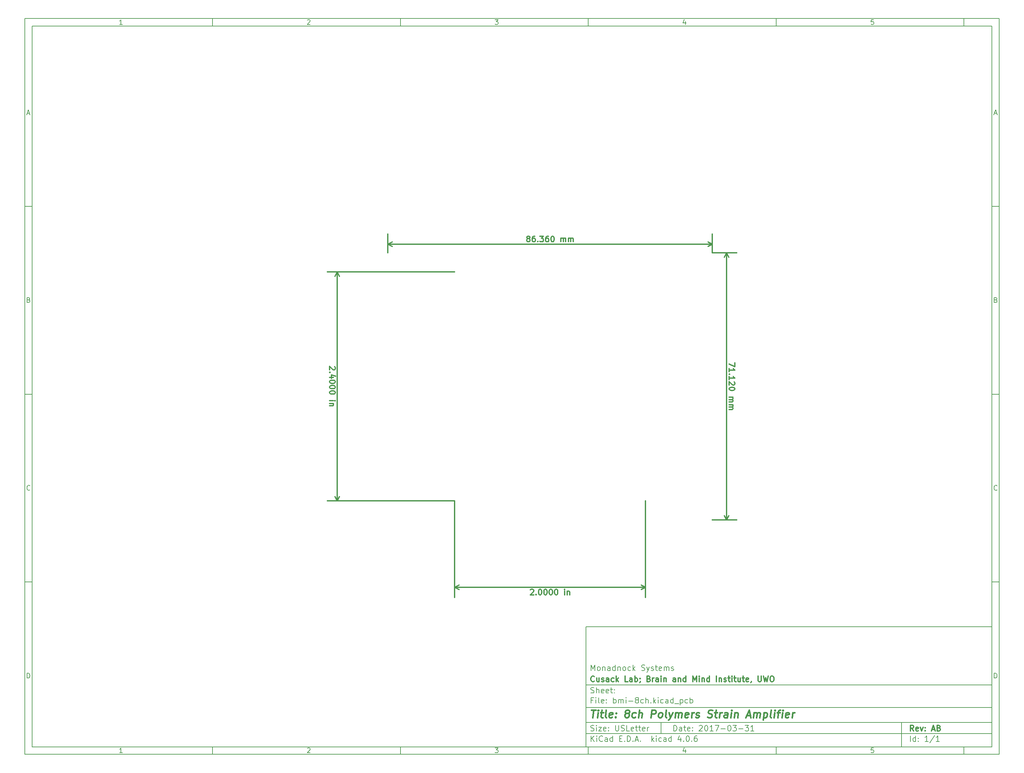
<source format=gbr>
G04 #@! TF.FileFunction,Drawing*
%FSLAX46Y46*%
G04 Gerber Fmt 4.6, Leading zero omitted, Abs format (unit mm)*
G04 Created by KiCad (PCBNEW 4.0.6) date Fri Mar 31 12:57:40 2017*
%MOMM*%
%LPD*%
G01*
G04 APERTURE LIST*
%ADD10C,0.088900*%
%ADD11C,0.150000*%
%ADD12C,0.300000*%
%ADD13C,0.400000*%
G04 APERTURE END LIST*
D10*
D11*
X159400000Y-171900000D02*
X159400000Y-203900000D01*
X267400000Y-203900000D01*
X267400000Y-171900000D01*
X159400000Y-171900000D01*
D10*
D11*
X10000000Y-10000000D02*
X10000000Y-205900000D01*
X269400000Y-205900000D01*
X269400000Y-10000000D01*
X10000000Y-10000000D01*
D10*
D11*
X12000000Y-12000000D02*
X12000000Y-203900000D01*
X267400000Y-203900000D01*
X267400000Y-12000000D01*
X12000000Y-12000000D01*
D10*
D11*
X60000000Y-12000000D02*
X60000000Y-10000000D01*
D10*
D11*
X110000000Y-12000000D02*
X110000000Y-10000000D01*
D10*
D11*
X160000000Y-12000000D02*
X160000000Y-10000000D01*
D10*
D11*
X210000000Y-12000000D02*
X210000000Y-10000000D01*
D10*
D11*
X260000000Y-12000000D02*
X260000000Y-10000000D01*
D10*
D11*
X35990476Y-11588095D02*
X35247619Y-11588095D01*
X35619048Y-11588095D02*
X35619048Y-10288095D01*
X35495238Y-10473810D01*
X35371429Y-10597619D01*
X35247619Y-10659524D01*
D10*
D11*
X85247619Y-10411905D02*
X85309524Y-10350000D01*
X85433333Y-10288095D01*
X85742857Y-10288095D01*
X85866667Y-10350000D01*
X85928571Y-10411905D01*
X85990476Y-10535714D01*
X85990476Y-10659524D01*
X85928571Y-10845238D01*
X85185714Y-11588095D01*
X85990476Y-11588095D01*
D10*
D11*
X135185714Y-10288095D02*
X135990476Y-10288095D01*
X135557143Y-10783333D01*
X135742857Y-10783333D01*
X135866667Y-10845238D01*
X135928571Y-10907143D01*
X135990476Y-11030952D01*
X135990476Y-11340476D01*
X135928571Y-11464286D01*
X135866667Y-11526190D01*
X135742857Y-11588095D01*
X135371429Y-11588095D01*
X135247619Y-11526190D01*
X135185714Y-11464286D01*
D10*
D11*
X185866667Y-10721429D02*
X185866667Y-11588095D01*
X185557143Y-10226190D02*
X185247619Y-11154762D01*
X186052381Y-11154762D01*
D10*
D11*
X235928571Y-10288095D02*
X235309524Y-10288095D01*
X235247619Y-10907143D01*
X235309524Y-10845238D01*
X235433333Y-10783333D01*
X235742857Y-10783333D01*
X235866667Y-10845238D01*
X235928571Y-10907143D01*
X235990476Y-11030952D01*
X235990476Y-11340476D01*
X235928571Y-11464286D01*
X235866667Y-11526190D01*
X235742857Y-11588095D01*
X235433333Y-11588095D01*
X235309524Y-11526190D01*
X235247619Y-11464286D01*
D10*
D11*
X60000000Y-203900000D02*
X60000000Y-205900000D01*
D10*
D11*
X110000000Y-203900000D02*
X110000000Y-205900000D01*
D10*
D11*
X160000000Y-203900000D02*
X160000000Y-205900000D01*
D10*
D11*
X210000000Y-203900000D02*
X210000000Y-205900000D01*
D10*
D11*
X260000000Y-203900000D02*
X260000000Y-205900000D01*
D10*
D11*
X35990476Y-205488095D02*
X35247619Y-205488095D01*
X35619048Y-205488095D02*
X35619048Y-204188095D01*
X35495238Y-204373810D01*
X35371429Y-204497619D01*
X35247619Y-204559524D01*
D10*
D11*
X85247619Y-204311905D02*
X85309524Y-204250000D01*
X85433333Y-204188095D01*
X85742857Y-204188095D01*
X85866667Y-204250000D01*
X85928571Y-204311905D01*
X85990476Y-204435714D01*
X85990476Y-204559524D01*
X85928571Y-204745238D01*
X85185714Y-205488095D01*
X85990476Y-205488095D01*
D10*
D11*
X135185714Y-204188095D02*
X135990476Y-204188095D01*
X135557143Y-204683333D01*
X135742857Y-204683333D01*
X135866667Y-204745238D01*
X135928571Y-204807143D01*
X135990476Y-204930952D01*
X135990476Y-205240476D01*
X135928571Y-205364286D01*
X135866667Y-205426190D01*
X135742857Y-205488095D01*
X135371429Y-205488095D01*
X135247619Y-205426190D01*
X135185714Y-205364286D01*
D10*
D11*
X185866667Y-204621429D02*
X185866667Y-205488095D01*
X185557143Y-204126190D02*
X185247619Y-205054762D01*
X186052381Y-205054762D01*
D10*
D11*
X235928571Y-204188095D02*
X235309524Y-204188095D01*
X235247619Y-204807143D01*
X235309524Y-204745238D01*
X235433333Y-204683333D01*
X235742857Y-204683333D01*
X235866667Y-204745238D01*
X235928571Y-204807143D01*
X235990476Y-204930952D01*
X235990476Y-205240476D01*
X235928571Y-205364286D01*
X235866667Y-205426190D01*
X235742857Y-205488095D01*
X235433333Y-205488095D01*
X235309524Y-205426190D01*
X235247619Y-205364286D01*
D10*
D11*
X10000000Y-60000000D02*
X12000000Y-60000000D01*
D10*
D11*
X10000000Y-110000000D02*
X12000000Y-110000000D01*
D10*
D11*
X10000000Y-160000000D02*
X12000000Y-160000000D01*
D10*
D11*
X10690476Y-35216667D02*
X11309524Y-35216667D01*
X10566667Y-35588095D02*
X11000000Y-34288095D01*
X11433333Y-35588095D01*
D10*
D11*
X11092857Y-84907143D02*
X11278571Y-84969048D01*
X11340476Y-85030952D01*
X11402381Y-85154762D01*
X11402381Y-85340476D01*
X11340476Y-85464286D01*
X11278571Y-85526190D01*
X11154762Y-85588095D01*
X10659524Y-85588095D01*
X10659524Y-84288095D01*
X11092857Y-84288095D01*
X11216667Y-84350000D01*
X11278571Y-84411905D01*
X11340476Y-84535714D01*
X11340476Y-84659524D01*
X11278571Y-84783333D01*
X11216667Y-84845238D01*
X11092857Y-84907143D01*
X10659524Y-84907143D01*
D10*
D11*
X11402381Y-135464286D02*
X11340476Y-135526190D01*
X11154762Y-135588095D01*
X11030952Y-135588095D01*
X10845238Y-135526190D01*
X10721429Y-135402381D01*
X10659524Y-135278571D01*
X10597619Y-135030952D01*
X10597619Y-134845238D01*
X10659524Y-134597619D01*
X10721429Y-134473810D01*
X10845238Y-134350000D01*
X11030952Y-134288095D01*
X11154762Y-134288095D01*
X11340476Y-134350000D01*
X11402381Y-134411905D01*
D10*
D11*
X10659524Y-185588095D02*
X10659524Y-184288095D01*
X10969048Y-184288095D01*
X11154762Y-184350000D01*
X11278571Y-184473810D01*
X11340476Y-184597619D01*
X11402381Y-184845238D01*
X11402381Y-185030952D01*
X11340476Y-185278571D01*
X11278571Y-185402381D01*
X11154762Y-185526190D01*
X10969048Y-185588095D01*
X10659524Y-185588095D01*
D10*
D11*
X269400000Y-60000000D02*
X267400000Y-60000000D01*
D10*
D11*
X269400000Y-110000000D02*
X267400000Y-110000000D01*
D10*
D11*
X269400000Y-160000000D02*
X267400000Y-160000000D01*
D10*
D11*
X268090476Y-35216667D02*
X268709524Y-35216667D01*
X267966667Y-35588095D02*
X268400000Y-34288095D01*
X268833333Y-35588095D01*
D10*
D11*
X268492857Y-84907143D02*
X268678571Y-84969048D01*
X268740476Y-85030952D01*
X268802381Y-85154762D01*
X268802381Y-85340476D01*
X268740476Y-85464286D01*
X268678571Y-85526190D01*
X268554762Y-85588095D01*
X268059524Y-85588095D01*
X268059524Y-84288095D01*
X268492857Y-84288095D01*
X268616667Y-84350000D01*
X268678571Y-84411905D01*
X268740476Y-84535714D01*
X268740476Y-84659524D01*
X268678571Y-84783333D01*
X268616667Y-84845238D01*
X268492857Y-84907143D01*
X268059524Y-84907143D01*
D10*
D11*
X268802381Y-135464286D02*
X268740476Y-135526190D01*
X268554762Y-135588095D01*
X268430952Y-135588095D01*
X268245238Y-135526190D01*
X268121429Y-135402381D01*
X268059524Y-135278571D01*
X267997619Y-135030952D01*
X267997619Y-134845238D01*
X268059524Y-134597619D01*
X268121429Y-134473810D01*
X268245238Y-134350000D01*
X268430952Y-134288095D01*
X268554762Y-134288095D01*
X268740476Y-134350000D01*
X268802381Y-134411905D01*
D10*
D11*
X268059524Y-185588095D02*
X268059524Y-184288095D01*
X268369048Y-184288095D01*
X268554762Y-184350000D01*
X268678571Y-184473810D01*
X268740476Y-184597619D01*
X268802381Y-184845238D01*
X268802381Y-185030952D01*
X268740476Y-185278571D01*
X268678571Y-185402381D01*
X268554762Y-185526190D01*
X268369048Y-185588095D01*
X268059524Y-185588095D01*
D10*
D11*
X182757143Y-199678571D02*
X182757143Y-198178571D01*
X183114286Y-198178571D01*
X183328571Y-198250000D01*
X183471429Y-198392857D01*
X183542857Y-198535714D01*
X183614286Y-198821429D01*
X183614286Y-199035714D01*
X183542857Y-199321429D01*
X183471429Y-199464286D01*
X183328571Y-199607143D01*
X183114286Y-199678571D01*
X182757143Y-199678571D01*
X184900000Y-199678571D02*
X184900000Y-198892857D01*
X184828571Y-198750000D01*
X184685714Y-198678571D01*
X184400000Y-198678571D01*
X184257143Y-198750000D01*
X184900000Y-199607143D02*
X184757143Y-199678571D01*
X184400000Y-199678571D01*
X184257143Y-199607143D01*
X184185714Y-199464286D01*
X184185714Y-199321429D01*
X184257143Y-199178571D01*
X184400000Y-199107143D01*
X184757143Y-199107143D01*
X184900000Y-199035714D01*
X185400000Y-198678571D02*
X185971429Y-198678571D01*
X185614286Y-198178571D02*
X185614286Y-199464286D01*
X185685714Y-199607143D01*
X185828572Y-199678571D01*
X185971429Y-199678571D01*
X187042857Y-199607143D02*
X186900000Y-199678571D01*
X186614286Y-199678571D01*
X186471429Y-199607143D01*
X186400000Y-199464286D01*
X186400000Y-198892857D01*
X186471429Y-198750000D01*
X186614286Y-198678571D01*
X186900000Y-198678571D01*
X187042857Y-198750000D01*
X187114286Y-198892857D01*
X187114286Y-199035714D01*
X186400000Y-199178571D01*
X187757143Y-199535714D02*
X187828571Y-199607143D01*
X187757143Y-199678571D01*
X187685714Y-199607143D01*
X187757143Y-199535714D01*
X187757143Y-199678571D01*
X187757143Y-198750000D02*
X187828571Y-198821429D01*
X187757143Y-198892857D01*
X187685714Y-198821429D01*
X187757143Y-198750000D01*
X187757143Y-198892857D01*
X189542857Y-198321429D02*
X189614286Y-198250000D01*
X189757143Y-198178571D01*
X190114286Y-198178571D01*
X190257143Y-198250000D01*
X190328572Y-198321429D01*
X190400000Y-198464286D01*
X190400000Y-198607143D01*
X190328572Y-198821429D01*
X189471429Y-199678571D01*
X190400000Y-199678571D01*
X191328571Y-198178571D02*
X191471428Y-198178571D01*
X191614285Y-198250000D01*
X191685714Y-198321429D01*
X191757143Y-198464286D01*
X191828571Y-198750000D01*
X191828571Y-199107143D01*
X191757143Y-199392857D01*
X191685714Y-199535714D01*
X191614285Y-199607143D01*
X191471428Y-199678571D01*
X191328571Y-199678571D01*
X191185714Y-199607143D01*
X191114285Y-199535714D01*
X191042857Y-199392857D01*
X190971428Y-199107143D01*
X190971428Y-198750000D01*
X191042857Y-198464286D01*
X191114285Y-198321429D01*
X191185714Y-198250000D01*
X191328571Y-198178571D01*
X193257142Y-199678571D02*
X192399999Y-199678571D01*
X192828571Y-199678571D02*
X192828571Y-198178571D01*
X192685714Y-198392857D01*
X192542856Y-198535714D01*
X192399999Y-198607143D01*
X193757142Y-198178571D02*
X194757142Y-198178571D01*
X194114285Y-199678571D01*
X195328570Y-199107143D02*
X196471427Y-199107143D01*
X197471427Y-198178571D02*
X197614284Y-198178571D01*
X197757141Y-198250000D01*
X197828570Y-198321429D01*
X197899999Y-198464286D01*
X197971427Y-198750000D01*
X197971427Y-199107143D01*
X197899999Y-199392857D01*
X197828570Y-199535714D01*
X197757141Y-199607143D01*
X197614284Y-199678571D01*
X197471427Y-199678571D01*
X197328570Y-199607143D01*
X197257141Y-199535714D01*
X197185713Y-199392857D01*
X197114284Y-199107143D01*
X197114284Y-198750000D01*
X197185713Y-198464286D01*
X197257141Y-198321429D01*
X197328570Y-198250000D01*
X197471427Y-198178571D01*
X198471427Y-198178571D02*
X199399998Y-198178571D01*
X198899998Y-198750000D01*
X199114284Y-198750000D01*
X199257141Y-198821429D01*
X199328570Y-198892857D01*
X199399998Y-199035714D01*
X199399998Y-199392857D01*
X199328570Y-199535714D01*
X199257141Y-199607143D01*
X199114284Y-199678571D01*
X198685712Y-199678571D01*
X198542855Y-199607143D01*
X198471427Y-199535714D01*
X200042855Y-199107143D02*
X201185712Y-199107143D01*
X201757141Y-198178571D02*
X202685712Y-198178571D01*
X202185712Y-198750000D01*
X202399998Y-198750000D01*
X202542855Y-198821429D01*
X202614284Y-198892857D01*
X202685712Y-199035714D01*
X202685712Y-199392857D01*
X202614284Y-199535714D01*
X202542855Y-199607143D01*
X202399998Y-199678571D01*
X201971426Y-199678571D01*
X201828569Y-199607143D01*
X201757141Y-199535714D01*
X204114283Y-199678571D02*
X203257140Y-199678571D01*
X203685712Y-199678571D02*
X203685712Y-198178571D01*
X203542855Y-198392857D01*
X203399997Y-198535714D01*
X203257140Y-198607143D01*
D10*
D11*
X159400000Y-200400000D02*
X267400000Y-200400000D01*
D10*
D11*
X160757143Y-202478571D02*
X160757143Y-200978571D01*
X161614286Y-202478571D02*
X160971429Y-201621429D01*
X161614286Y-200978571D02*
X160757143Y-201835714D01*
X162257143Y-202478571D02*
X162257143Y-201478571D01*
X162257143Y-200978571D02*
X162185714Y-201050000D01*
X162257143Y-201121429D01*
X162328571Y-201050000D01*
X162257143Y-200978571D01*
X162257143Y-201121429D01*
X163828572Y-202335714D02*
X163757143Y-202407143D01*
X163542857Y-202478571D01*
X163400000Y-202478571D01*
X163185715Y-202407143D01*
X163042857Y-202264286D01*
X162971429Y-202121429D01*
X162900000Y-201835714D01*
X162900000Y-201621429D01*
X162971429Y-201335714D01*
X163042857Y-201192857D01*
X163185715Y-201050000D01*
X163400000Y-200978571D01*
X163542857Y-200978571D01*
X163757143Y-201050000D01*
X163828572Y-201121429D01*
X165114286Y-202478571D02*
X165114286Y-201692857D01*
X165042857Y-201550000D01*
X164900000Y-201478571D01*
X164614286Y-201478571D01*
X164471429Y-201550000D01*
X165114286Y-202407143D02*
X164971429Y-202478571D01*
X164614286Y-202478571D01*
X164471429Y-202407143D01*
X164400000Y-202264286D01*
X164400000Y-202121429D01*
X164471429Y-201978571D01*
X164614286Y-201907143D01*
X164971429Y-201907143D01*
X165114286Y-201835714D01*
X166471429Y-202478571D02*
X166471429Y-200978571D01*
X166471429Y-202407143D02*
X166328572Y-202478571D01*
X166042858Y-202478571D01*
X165900000Y-202407143D01*
X165828572Y-202335714D01*
X165757143Y-202192857D01*
X165757143Y-201764286D01*
X165828572Y-201621429D01*
X165900000Y-201550000D01*
X166042858Y-201478571D01*
X166328572Y-201478571D01*
X166471429Y-201550000D01*
X168328572Y-201692857D02*
X168828572Y-201692857D01*
X169042858Y-202478571D02*
X168328572Y-202478571D01*
X168328572Y-200978571D01*
X169042858Y-200978571D01*
X169685715Y-202335714D02*
X169757143Y-202407143D01*
X169685715Y-202478571D01*
X169614286Y-202407143D01*
X169685715Y-202335714D01*
X169685715Y-202478571D01*
X170400001Y-202478571D02*
X170400001Y-200978571D01*
X170757144Y-200978571D01*
X170971429Y-201050000D01*
X171114287Y-201192857D01*
X171185715Y-201335714D01*
X171257144Y-201621429D01*
X171257144Y-201835714D01*
X171185715Y-202121429D01*
X171114287Y-202264286D01*
X170971429Y-202407143D01*
X170757144Y-202478571D01*
X170400001Y-202478571D01*
X171900001Y-202335714D02*
X171971429Y-202407143D01*
X171900001Y-202478571D01*
X171828572Y-202407143D01*
X171900001Y-202335714D01*
X171900001Y-202478571D01*
X172542858Y-202050000D02*
X173257144Y-202050000D01*
X172400001Y-202478571D02*
X172900001Y-200978571D01*
X173400001Y-202478571D01*
X173900001Y-202335714D02*
X173971429Y-202407143D01*
X173900001Y-202478571D01*
X173828572Y-202407143D01*
X173900001Y-202335714D01*
X173900001Y-202478571D01*
X176900001Y-202478571D02*
X176900001Y-200978571D01*
X177042858Y-201907143D02*
X177471429Y-202478571D01*
X177471429Y-201478571D02*
X176900001Y-202050000D01*
X178114287Y-202478571D02*
X178114287Y-201478571D01*
X178114287Y-200978571D02*
X178042858Y-201050000D01*
X178114287Y-201121429D01*
X178185715Y-201050000D01*
X178114287Y-200978571D01*
X178114287Y-201121429D01*
X179471430Y-202407143D02*
X179328573Y-202478571D01*
X179042859Y-202478571D01*
X178900001Y-202407143D01*
X178828573Y-202335714D01*
X178757144Y-202192857D01*
X178757144Y-201764286D01*
X178828573Y-201621429D01*
X178900001Y-201550000D01*
X179042859Y-201478571D01*
X179328573Y-201478571D01*
X179471430Y-201550000D01*
X180757144Y-202478571D02*
X180757144Y-201692857D01*
X180685715Y-201550000D01*
X180542858Y-201478571D01*
X180257144Y-201478571D01*
X180114287Y-201550000D01*
X180757144Y-202407143D02*
X180614287Y-202478571D01*
X180257144Y-202478571D01*
X180114287Y-202407143D01*
X180042858Y-202264286D01*
X180042858Y-202121429D01*
X180114287Y-201978571D01*
X180257144Y-201907143D01*
X180614287Y-201907143D01*
X180757144Y-201835714D01*
X182114287Y-202478571D02*
X182114287Y-200978571D01*
X182114287Y-202407143D02*
X181971430Y-202478571D01*
X181685716Y-202478571D01*
X181542858Y-202407143D01*
X181471430Y-202335714D01*
X181400001Y-202192857D01*
X181400001Y-201764286D01*
X181471430Y-201621429D01*
X181542858Y-201550000D01*
X181685716Y-201478571D01*
X181971430Y-201478571D01*
X182114287Y-201550000D01*
X184614287Y-201478571D02*
X184614287Y-202478571D01*
X184257144Y-200907143D02*
X183900001Y-201978571D01*
X184828573Y-201978571D01*
X185400001Y-202335714D02*
X185471429Y-202407143D01*
X185400001Y-202478571D01*
X185328572Y-202407143D01*
X185400001Y-202335714D01*
X185400001Y-202478571D01*
X186400001Y-200978571D02*
X186542858Y-200978571D01*
X186685715Y-201050000D01*
X186757144Y-201121429D01*
X186828573Y-201264286D01*
X186900001Y-201550000D01*
X186900001Y-201907143D01*
X186828573Y-202192857D01*
X186757144Y-202335714D01*
X186685715Y-202407143D01*
X186542858Y-202478571D01*
X186400001Y-202478571D01*
X186257144Y-202407143D01*
X186185715Y-202335714D01*
X186114287Y-202192857D01*
X186042858Y-201907143D01*
X186042858Y-201550000D01*
X186114287Y-201264286D01*
X186185715Y-201121429D01*
X186257144Y-201050000D01*
X186400001Y-200978571D01*
X187542858Y-202335714D02*
X187614286Y-202407143D01*
X187542858Y-202478571D01*
X187471429Y-202407143D01*
X187542858Y-202335714D01*
X187542858Y-202478571D01*
X188900001Y-200978571D02*
X188614287Y-200978571D01*
X188471430Y-201050000D01*
X188400001Y-201121429D01*
X188257144Y-201335714D01*
X188185715Y-201621429D01*
X188185715Y-202192857D01*
X188257144Y-202335714D01*
X188328572Y-202407143D01*
X188471430Y-202478571D01*
X188757144Y-202478571D01*
X188900001Y-202407143D01*
X188971430Y-202335714D01*
X189042858Y-202192857D01*
X189042858Y-201835714D01*
X188971430Y-201692857D01*
X188900001Y-201621429D01*
X188757144Y-201550000D01*
X188471430Y-201550000D01*
X188328572Y-201621429D01*
X188257144Y-201692857D01*
X188185715Y-201835714D01*
D10*
D11*
X159400000Y-197400000D02*
X267400000Y-197400000D01*
D10*
D12*
X246614286Y-199678571D02*
X246114286Y-198964286D01*
X245757143Y-199678571D02*
X245757143Y-198178571D01*
X246328571Y-198178571D01*
X246471429Y-198250000D01*
X246542857Y-198321429D01*
X246614286Y-198464286D01*
X246614286Y-198678571D01*
X246542857Y-198821429D01*
X246471429Y-198892857D01*
X246328571Y-198964286D01*
X245757143Y-198964286D01*
X247828571Y-199607143D02*
X247685714Y-199678571D01*
X247400000Y-199678571D01*
X247257143Y-199607143D01*
X247185714Y-199464286D01*
X247185714Y-198892857D01*
X247257143Y-198750000D01*
X247400000Y-198678571D01*
X247685714Y-198678571D01*
X247828571Y-198750000D01*
X247900000Y-198892857D01*
X247900000Y-199035714D01*
X247185714Y-199178571D01*
X248400000Y-198678571D02*
X248757143Y-199678571D01*
X249114285Y-198678571D01*
X249685714Y-199535714D02*
X249757142Y-199607143D01*
X249685714Y-199678571D01*
X249614285Y-199607143D01*
X249685714Y-199535714D01*
X249685714Y-199678571D01*
X249685714Y-198750000D02*
X249757142Y-198821429D01*
X249685714Y-198892857D01*
X249614285Y-198821429D01*
X249685714Y-198750000D01*
X249685714Y-198892857D01*
X251471428Y-199250000D02*
X252185714Y-199250000D01*
X251328571Y-199678571D02*
X251828571Y-198178571D01*
X252328571Y-199678571D01*
X253328571Y-198892857D02*
X253542857Y-198964286D01*
X253614285Y-199035714D01*
X253685714Y-199178571D01*
X253685714Y-199392857D01*
X253614285Y-199535714D01*
X253542857Y-199607143D01*
X253399999Y-199678571D01*
X252828571Y-199678571D01*
X252828571Y-198178571D01*
X253328571Y-198178571D01*
X253471428Y-198250000D01*
X253542857Y-198321429D01*
X253614285Y-198464286D01*
X253614285Y-198607143D01*
X253542857Y-198750000D01*
X253471428Y-198821429D01*
X253328571Y-198892857D01*
X252828571Y-198892857D01*
D10*
D11*
X160685714Y-199607143D02*
X160900000Y-199678571D01*
X161257143Y-199678571D01*
X161400000Y-199607143D01*
X161471429Y-199535714D01*
X161542857Y-199392857D01*
X161542857Y-199250000D01*
X161471429Y-199107143D01*
X161400000Y-199035714D01*
X161257143Y-198964286D01*
X160971429Y-198892857D01*
X160828571Y-198821429D01*
X160757143Y-198750000D01*
X160685714Y-198607143D01*
X160685714Y-198464286D01*
X160757143Y-198321429D01*
X160828571Y-198250000D01*
X160971429Y-198178571D01*
X161328571Y-198178571D01*
X161542857Y-198250000D01*
X162185714Y-199678571D02*
X162185714Y-198678571D01*
X162185714Y-198178571D02*
X162114285Y-198250000D01*
X162185714Y-198321429D01*
X162257142Y-198250000D01*
X162185714Y-198178571D01*
X162185714Y-198321429D01*
X162757143Y-198678571D02*
X163542857Y-198678571D01*
X162757143Y-199678571D01*
X163542857Y-199678571D01*
X164685714Y-199607143D02*
X164542857Y-199678571D01*
X164257143Y-199678571D01*
X164114286Y-199607143D01*
X164042857Y-199464286D01*
X164042857Y-198892857D01*
X164114286Y-198750000D01*
X164257143Y-198678571D01*
X164542857Y-198678571D01*
X164685714Y-198750000D01*
X164757143Y-198892857D01*
X164757143Y-199035714D01*
X164042857Y-199178571D01*
X165400000Y-199535714D02*
X165471428Y-199607143D01*
X165400000Y-199678571D01*
X165328571Y-199607143D01*
X165400000Y-199535714D01*
X165400000Y-199678571D01*
X165400000Y-198750000D02*
X165471428Y-198821429D01*
X165400000Y-198892857D01*
X165328571Y-198821429D01*
X165400000Y-198750000D01*
X165400000Y-198892857D01*
X167257143Y-198178571D02*
X167257143Y-199392857D01*
X167328571Y-199535714D01*
X167400000Y-199607143D01*
X167542857Y-199678571D01*
X167828571Y-199678571D01*
X167971429Y-199607143D01*
X168042857Y-199535714D01*
X168114286Y-199392857D01*
X168114286Y-198178571D01*
X168757143Y-199607143D02*
X168971429Y-199678571D01*
X169328572Y-199678571D01*
X169471429Y-199607143D01*
X169542858Y-199535714D01*
X169614286Y-199392857D01*
X169614286Y-199250000D01*
X169542858Y-199107143D01*
X169471429Y-199035714D01*
X169328572Y-198964286D01*
X169042858Y-198892857D01*
X168900000Y-198821429D01*
X168828572Y-198750000D01*
X168757143Y-198607143D01*
X168757143Y-198464286D01*
X168828572Y-198321429D01*
X168900000Y-198250000D01*
X169042858Y-198178571D01*
X169400000Y-198178571D01*
X169614286Y-198250000D01*
X170971429Y-199678571D02*
X170257143Y-199678571D01*
X170257143Y-198178571D01*
X172042857Y-199607143D02*
X171900000Y-199678571D01*
X171614286Y-199678571D01*
X171471429Y-199607143D01*
X171400000Y-199464286D01*
X171400000Y-198892857D01*
X171471429Y-198750000D01*
X171614286Y-198678571D01*
X171900000Y-198678571D01*
X172042857Y-198750000D01*
X172114286Y-198892857D01*
X172114286Y-199035714D01*
X171400000Y-199178571D01*
X172542857Y-198678571D02*
X173114286Y-198678571D01*
X172757143Y-198178571D02*
X172757143Y-199464286D01*
X172828571Y-199607143D01*
X172971429Y-199678571D01*
X173114286Y-199678571D01*
X173400000Y-198678571D02*
X173971429Y-198678571D01*
X173614286Y-198178571D02*
X173614286Y-199464286D01*
X173685714Y-199607143D01*
X173828572Y-199678571D01*
X173971429Y-199678571D01*
X175042857Y-199607143D02*
X174900000Y-199678571D01*
X174614286Y-199678571D01*
X174471429Y-199607143D01*
X174400000Y-199464286D01*
X174400000Y-198892857D01*
X174471429Y-198750000D01*
X174614286Y-198678571D01*
X174900000Y-198678571D01*
X175042857Y-198750000D01*
X175114286Y-198892857D01*
X175114286Y-199035714D01*
X174400000Y-199178571D01*
X175757143Y-199678571D02*
X175757143Y-198678571D01*
X175757143Y-198964286D02*
X175828571Y-198821429D01*
X175900000Y-198750000D01*
X176042857Y-198678571D01*
X176185714Y-198678571D01*
D10*
D11*
X245757143Y-202478571D02*
X245757143Y-200978571D01*
X247114286Y-202478571D02*
X247114286Y-200978571D01*
X247114286Y-202407143D02*
X246971429Y-202478571D01*
X246685715Y-202478571D01*
X246542857Y-202407143D01*
X246471429Y-202335714D01*
X246400000Y-202192857D01*
X246400000Y-201764286D01*
X246471429Y-201621429D01*
X246542857Y-201550000D01*
X246685715Y-201478571D01*
X246971429Y-201478571D01*
X247114286Y-201550000D01*
X247828572Y-202335714D02*
X247900000Y-202407143D01*
X247828572Y-202478571D01*
X247757143Y-202407143D01*
X247828572Y-202335714D01*
X247828572Y-202478571D01*
X247828572Y-201550000D02*
X247900000Y-201621429D01*
X247828572Y-201692857D01*
X247757143Y-201621429D01*
X247828572Y-201550000D01*
X247828572Y-201692857D01*
X250471429Y-202478571D02*
X249614286Y-202478571D01*
X250042858Y-202478571D02*
X250042858Y-200978571D01*
X249900001Y-201192857D01*
X249757143Y-201335714D01*
X249614286Y-201407143D01*
X252185714Y-200907143D02*
X250900000Y-202835714D01*
X253471429Y-202478571D02*
X252614286Y-202478571D01*
X253042858Y-202478571D02*
X253042858Y-200978571D01*
X252900001Y-201192857D01*
X252757143Y-201335714D01*
X252614286Y-201407143D01*
D10*
D11*
X159400000Y-193400000D02*
X267400000Y-193400000D01*
D10*
D13*
X160852381Y-194104762D02*
X161995238Y-194104762D01*
X161173810Y-196104762D02*
X161423810Y-194104762D01*
X162411905Y-196104762D02*
X162578571Y-194771429D01*
X162661905Y-194104762D02*
X162554762Y-194200000D01*
X162638095Y-194295238D01*
X162745239Y-194200000D01*
X162661905Y-194104762D01*
X162638095Y-194295238D01*
X163245238Y-194771429D02*
X164007143Y-194771429D01*
X163614286Y-194104762D02*
X163400000Y-195819048D01*
X163471430Y-196009524D01*
X163650001Y-196104762D01*
X163840477Y-196104762D01*
X164792858Y-196104762D02*
X164614287Y-196009524D01*
X164542857Y-195819048D01*
X164757143Y-194104762D01*
X166328572Y-196009524D02*
X166126191Y-196104762D01*
X165745239Y-196104762D01*
X165566667Y-196009524D01*
X165495238Y-195819048D01*
X165590476Y-195057143D01*
X165709524Y-194866667D01*
X165911905Y-194771429D01*
X166292857Y-194771429D01*
X166471429Y-194866667D01*
X166542857Y-195057143D01*
X166519048Y-195247619D01*
X165542857Y-195438095D01*
X167292857Y-195914286D02*
X167376192Y-196009524D01*
X167269048Y-196104762D01*
X167185715Y-196009524D01*
X167292857Y-195914286D01*
X167269048Y-196104762D01*
X167423810Y-194866667D02*
X167507144Y-194961905D01*
X167400000Y-195057143D01*
X167316667Y-194961905D01*
X167423810Y-194866667D01*
X167400000Y-195057143D01*
X170173811Y-194961905D02*
X169995240Y-194866667D01*
X169911905Y-194771429D01*
X169840477Y-194580952D01*
X169852382Y-194485714D01*
X169971429Y-194295238D01*
X170078573Y-194200000D01*
X170280954Y-194104762D01*
X170661906Y-194104762D01*
X170840477Y-194200000D01*
X170923810Y-194295238D01*
X170995240Y-194485714D01*
X170983335Y-194580952D01*
X170864286Y-194771429D01*
X170757144Y-194866667D01*
X170554763Y-194961905D01*
X170173811Y-194961905D01*
X169971430Y-195057143D01*
X169864286Y-195152381D01*
X169745239Y-195342857D01*
X169697620Y-195723810D01*
X169769048Y-195914286D01*
X169852383Y-196009524D01*
X170030954Y-196104762D01*
X170411906Y-196104762D01*
X170614287Y-196009524D01*
X170721429Y-195914286D01*
X170840478Y-195723810D01*
X170888097Y-195342857D01*
X170816667Y-195152381D01*
X170733334Y-195057143D01*
X170554763Y-194961905D01*
X172519049Y-196009524D02*
X172316668Y-196104762D01*
X171935716Y-196104762D01*
X171757145Y-196009524D01*
X171673810Y-195914286D01*
X171602382Y-195723810D01*
X171673810Y-195152381D01*
X171792858Y-194961905D01*
X171900002Y-194866667D01*
X172102382Y-194771429D01*
X172483334Y-194771429D01*
X172661906Y-194866667D01*
X173364287Y-196104762D02*
X173614287Y-194104762D01*
X174221430Y-196104762D02*
X174352382Y-195057143D01*
X174280954Y-194866667D01*
X174102382Y-194771429D01*
X173816668Y-194771429D01*
X173614288Y-194866667D01*
X173507144Y-194961905D01*
X176697621Y-196104762D02*
X176947621Y-194104762D01*
X177709526Y-194104762D01*
X177888097Y-194200000D01*
X177971431Y-194295238D01*
X178042860Y-194485714D01*
X178007145Y-194771429D01*
X177888098Y-194961905D01*
X177780954Y-195057143D01*
X177578573Y-195152381D01*
X176816668Y-195152381D01*
X178983336Y-196104762D02*
X178804765Y-196009524D01*
X178721430Y-195914286D01*
X178650002Y-195723810D01*
X178721430Y-195152381D01*
X178840478Y-194961905D01*
X178947622Y-194866667D01*
X179150002Y-194771429D01*
X179435716Y-194771429D01*
X179614288Y-194866667D01*
X179697621Y-194961905D01*
X179769049Y-195152381D01*
X179697621Y-195723810D01*
X179578573Y-195914286D01*
X179471431Y-196009524D01*
X179269050Y-196104762D01*
X178983336Y-196104762D01*
X180792860Y-196104762D02*
X180614289Y-196009524D01*
X180542859Y-195819048D01*
X180757145Y-194104762D01*
X181530954Y-194771429D02*
X181840479Y-196104762D01*
X182483335Y-194771429D02*
X181840479Y-196104762D01*
X181590479Y-196580952D01*
X181483335Y-196676190D01*
X181280954Y-196771429D01*
X183078574Y-196104762D02*
X183245240Y-194771429D01*
X183221431Y-194961905D02*
X183328575Y-194866667D01*
X183530955Y-194771429D01*
X183816669Y-194771429D01*
X183995241Y-194866667D01*
X184066669Y-195057143D01*
X183935717Y-196104762D01*
X184066669Y-195057143D02*
X184185717Y-194866667D01*
X184388098Y-194771429D01*
X184673812Y-194771429D01*
X184852384Y-194866667D01*
X184923812Y-195057143D01*
X184792860Y-196104762D01*
X186519051Y-196009524D02*
X186316670Y-196104762D01*
X185935718Y-196104762D01*
X185757146Y-196009524D01*
X185685717Y-195819048D01*
X185780955Y-195057143D01*
X185900003Y-194866667D01*
X186102384Y-194771429D01*
X186483336Y-194771429D01*
X186661908Y-194866667D01*
X186733336Y-195057143D01*
X186709527Y-195247619D01*
X185733336Y-195438095D01*
X187459527Y-196104762D02*
X187626193Y-194771429D01*
X187578574Y-195152381D02*
X187697623Y-194961905D01*
X187804766Y-194866667D01*
X188007146Y-194771429D01*
X188197622Y-194771429D01*
X188614289Y-196009524D02*
X188792861Y-196104762D01*
X189173813Y-196104762D01*
X189376194Y-196009524D01*
X189495241Y-195819048D01*
X189507146Y-195723810D01*
X189435717Y-195533333D01*
X189257146Y-195438095D01*
X188971432Y-195438095D01*
X188792860Y-195342857D01*
X188721431Y-195152381D01*
X188733336Y-195057143D01*
X188852384Y-194866667D01*
X189054765Y-194771429D01*
X189340479Y-194771429D01*
X189519051Y-194866667D01*
X191757147Y-196009524D02*
X192030957Y-196104762D01*
X192507147Y-196104762D01*
X192709528Y-196009524D01*
X192816670Y-195914286D01*
X192935719Y-195723810D01*
X192959528Y-195533333D01*
X192888099Y-195342857D01*
X192804766Y-195247619D01*
X192626194Y-195152381D01*
X192257147Y-195057143D01*
X192078576Y-194961905D01*
X191995242Y-194866667D01*
X191923813Y-194676190D01*
X191947623Y-194485714D01*
X192066670Y-194295238D01*
X192173814Y-194200000D01*
X192376195Y-194104762D01*
X192852385Y-194104762D01*
X193126195Y-194200000D01*
X193626194Y-194771429D02*
X194388099Y-194771429D01*
X193995242Y-194104762D02*
X193780956Y-195819048D01*
X193852386Y-196009524D01*
X194030957Y-196104762D01*
X194221433Y-196104762D01*
X194888099Y-196104762D02*
X195054765Y-194771429D01*
X195007146Y-195152381D02*
X195126195Y-194961905D01*
X195233338Y-194866667D01*
X195435718Y-194771429D01*
X195626194Y-194771429D01*
X196983337Y-196104762D02*
X197114289Y-195057143D01*
X197042861Y-194866667D01*
X196864289Y-194771429D01*
X196483337Y-194771429D01*
X196280956Y-194866667D01*
X196995242Y-196009524D02*
X196792861Y-196104762D01*
X196316671Y-196104762D01*
X196138099Y-196009524D01*
X196066670Y-195819048D01*
X196090480Y-195628571D01*
X196209527Y-195438095D01*
X196411909Y-195342857D01*
X196888099Y-195342857D01*
X197090480Y-195247619D01*
X197935718Y-196104762D02*
X198102384Y-194771429D01*
X198185718Y-194104762D02*
X198078575Y-194200000D01*
X198161908Y-194295238D01*
X198269052Y-194200000D01*
X198185718Y-194104762D01*
X198161908Y-194295238D01*
X199054765Y-194771429D02*
X198888099Y-196104762D01*
X199030956Y-194961905D02*
X199138100Y-194866667D01*
X199340480Y-194771429D01*
X199626194Y-194771429D01*
X199804766Y-194866667D01*
X199876194Y-195057143D01*
X199745242Y-196104762D01*
X202197623Y-195533333D02*
X203150004Y-195533333D01*
X201935719Y-196104762D02*
X202852386Y-194104762D01*
X203269053Y-196104762D01*
X203935719Y-196104762D02*
X204102385Y-194771429D01*
X204078576Y-194961905D02*
X204185720Y-194866667D01*
X204388100Y-194771429D01*
X204673814Y-194771429D01*
X204852386Y-194866667D01*
X204923814Y-195057143D01*
X204792862Y-196104762D01*
X204923814Y-195057143D02*
X205042862Y-194866667D01*
X205245243Y-194771429D01*
X205530957Y-194771429D01*
X205709529Y-194866667D01*
X205780957Y-195057143D01*
X205650005Y-196104762D01*
X206769052Y-194771429D02*
X206519052Y-196771429D01*
X206757148Y-194866667D02*
X206959529Y-194771429D01*
X207340481Y-194771429D01*
X207519053Y-194866667D01*
X207602386Y-194961905D01*
X207673814Y-195152381D01*
X207602386Y-195723810D01*
X207483338Y-195914286D01*
X207376196Y-196009524D01*
X207173815Y-196104762D01*
X206792863Y-196104762D01*
X206614291Y-196009524D01*
X208697625Y-196104762D02*
X208519054Y-196009524D01*
X208447624Y-195819048D01*
X208661910Y-194104762D01*
X209459529Y-196104762D02*
X209626195Y-194771429D01*
X209709529Y-194104762D02*
X209602386Y-194200000D01*
X209685719Y-194295238D01*
X209792863Y-194200000D01*
X209709529Y-194104762D01*
X209685719Y-194295238D01*
X210292862Y-194771429D02*
X211054767Y-194771429D01*
X210411910Y-196104762D02*
X210626196Y-194390476D01*
X210745244Y-194200000D01*
X210947625Y-194104762D01*
X211138101Y-194104762D01*
X211554767Y-196104762D02*
X211721433Y-194771429D01*
X211804767Y-194104762D02*
X211697624Y-194200000D01*
X211780957Y-194295238D01*
X211888101Y-194200000D01*
X211804767Y-194104762D01*
X211780957Y-194295238D01*
X213280958Y-196009524D02*
X213078577Y-196104762D01*
X212697625Y-196104762D01*
X212519053Y-196009524D01*
X212447624Y-195819048D01*
X212542862Y-195057143D01*
X212661910Y-194866667D01*
X212864291Y-194771429D01*
X213245243Y-194771429D01*
X213423815Y-194866667D01*
X213495243Y-195057143D01*
X213471434Y-195247619D01*
X212495243Y-195438095D01*
X214221434Y-196104762D02*
X214388100Y-194771429D01*
X214340481Y-195152381D02*
X214459530Y-194961905D01*
X214566673Y-194866667D01*
X214769053Y-194771429D01*
X214959529Y-194771429D01*
D10*
D11*
X161257143Y-191492857D02*
X160757143Y-191492857D01*
X160757143Y-192278571D02*
X160757143Y-190778571D01*
X161471429Y-190778571D01*
X162042857Y-192278571D02*
X162042857Y-191278571D01*
X162042857Y-190778571D02*
X161971428Y-190850000D01*
X162042857Y-190921429D01*
X162114285Y-190850000D01*
X162042857Y-190778571D01*
X162042857Y-190921429D01*
X162971429Y-192278571D02*
X162828571Y-192207143D01*
X162757143Y-192064286D01*
X162757143Y-190778571D01*
X164114285Y-192207143D02*
X163971428Y-192278571D01*
X163685714Y-192278571D01*
X163542857Y-192207143D01*
X163471428Y-192064286D01*
X163471428Y-191492857D01*
X163542857Y-191350000D01*
X163685714Y-191278571D01*
X163971428Y-191278571D01*
X164114285Y-191350000D01*
X164185714Y-191492857D01*
X164185714Y-191635714D01*
X163471428Y-191778571D01*
X164828571Y-192135714D02*
X164899999Y-192207143D01*
X164828571Y-192278571D01*
X164757142Y-192207143D01*
X164828571Y-192135714D01*
X164828571Y-192278571D01*
X164828571Y-191350000D02*
X164899999Y-191421429D01*
X164828571Y-191492857D01*
X164757142Y-191421429D01*
X164828571Y-191350000D01*
X164828571Y-191492857D01*
X166685714Y-192278571D02*
X166685714Y-190778571D01*
X166685714Y-191350000D02*
X166828571Y-191278571D01*
X167114285Y-191278571D01*
X167257142Y-191350000D01*
X167328571Y-191421429D01*
X167400000Y-191564286D01*
X167400000Y-191992857D01*
X167328571Y-192135714D01*
X167257142Y-192207143D01*
X167114285Y-192278571D01*
X166828571Y-192278571D01*
X166685714Y-192207143D01*
X168042857Y-192278571D02*
X168042857Y-191278571D01*
X168042857Y-191421429D02*
X168114285Y-191350000D01*
X168257143Y-191278571D01*
X168471428Y-191278571D01*
X168614285Y-191350000D01*
X168685714Y-191492857D01*
X168685714Y-192278571D01*
X168685714Y-191492857D02*
X168757143Y-191350000D01*
X168900000Y-191278571D01*
X169114285Y-191278571D01*
X169257143Y-191350000D01*
X169328571Y-191492857D01*
X169328571Y-192278571D01*
X170042857Y-192278571D02*
X170042857Y-191278571D01*
X170042857Y-190778571D02*
X169971428Y-190850000D01*
X170042857Y-190921429D01*
X170114285Y-190850000D01*
X170042857Y-190778571D01*
X170042857Y-190921429D01*
X170757143Y-191707143D02*
X171900000Y-191707143D01*
X172828572Y-191421429D02*
X172685714Y-191350000D01*
X172614286Y-191278571D01*
X172542857Y-191135714D01*
X172542857Y-191064286D01*
X172614286Y-190921429D01*
X172685714Y-190850000D01*
X172828572Y-190778571D01*
X173114286Y-190778571D01*
X173257143Y-190850000D01*
X173328572Y-190921429D01*
X173400000Y-191064286D01*
X173400000Y-191135714D01*
X173328572Y-191278571D01*
X173257143Y-191350000D01*
X173114286Y-191421429D01*
X172828572Y-191421429D01*
X172685714Y-191492857D01*
X172614286Y-191564286D01*
X172542857Y-191707143D01*
X172542857Y-191992857D01*
X172614286Y-192135714D01*
X172685714Y-192207143D01*
X172828572Y-192278571D01*
X173114286Y-192278571D01*
X173257143Y-192207143D01*
X173328572Y-192135714D01*
X173400000Y-191992857D01*
X173400000Y-191707143D01*
X173328572Y-191564286D01*
X173257143Y-191492857D01*
X173114286Y-191421429D01*
X174685714Y-192207143D02*
X174542857Y-192278571D01*
X174257143Y-192278571D01*
X174114285Y-192207143D01*
X174042857Y-192135714D01*
X173971428Y-191992857D01*
X173971428Y-191564286D01*
X174042857Y-191421429D01*
X174114285Y-191350000D01*
X174257143Y-191278571D01*
X174542857Y-191278571D01*
X174685714Y-191350000D01*
X175328571Y-192278571D02*
X175328571Y-190778571D01*
X175971428Y-192278571D02*
X175971428Y-191492857D01*
X175899999Y-191350000D01*
X175757142Y-191278571D01*
X175542857Y-191278571D01*
X175399999Y-191350000D01*
X175328571Y-191421429D01*
X176685714Y-192135714D02*
X176757142Y-192207143D01*
X176685714Y-192278571D01*
X176614285Y-192207143D01*
X176685714Y-192135714D01*
X176685714Y-192278571D01*
X177400000Y-192278571D02*
X177400000Y-190778571D01*
X177542857Y-191707143D02*
X177971428Y-192278571D01*
X177971428Y-191278571D02*
X177400000Y-191850000D01*
X178614286Y-192278571D02*
X178614286Y-191278571D01*
X178614286Y-190778571D02*
X178542857Y-190850000D01*
X178614286Y-190921429D01*
X178685714Y-190850000D01*
X178614286Y-190778571D01*
X178614286Y-190921429D01*
X179971429Y-192207143D02*
X179828572Y-192278571D01*
X179542858Y-192278571D01*
X179400000Y-192207143D01*
X179328572Y-192135714D01*
X179257143Y-191992857D01*
X179257143Y-191564286D01*
X179328572Y-191421429D01*
X179400000Y-191350000D01*
X179542858Y-191278571D01*
X179828572Y-191278571D01*
X179971429Y-191350000D01*
X181257143Y-192278571D02*
X181257143Y-191492857D01*
X181185714Y-191350000D01*
X181042857Y-191278571D01*
X180757143Y-191278571D01*
X180614286Y-191350000D01*
X181257143Y-192207143D02*
X181114286Y-192278571D01*
X180757143Y-192278571D01*
X180614286Y-192207143D01*
X180542857Y-192064286D01*
X180542857Y-191921429D01*
X180614286Y-191778571D01*
X180757143Y-191707143D01*
X181114286Y-191707143D01*
X181257143Y-191635714D01*
X182614286Y-192278571D02*
X182614286Y-190778571D01*
X182614286Y-192207143D02*
X182471429Y-192278571D01*
X182185715Y-192278571D01*
X182042857Y-192207143D01*
X181971429Y-192135714D01*
X181900000Y-191992857D01*
X181900000Y-191564286D01*
X181971429Y-191421429D01*
X182042857Y-191350000D01*
X182185715Y-191278571D01*
X182471429Y-191278571D01*
X182614286Y-191350000D01*
X182971429Y-192421429D02*
X184114286Y-192421429D01*
X184471429Y-191278571D02*
X184471429Y-192778571D01*
X184471429Y-191350000D02*
X184614286Y-191278571D01*
X184900000Y-191278571D01*
X185042857Y-191350000D01*
X185114286Y-191421429D01*
X185185715Y-191564286D01*
X185185715Y-191992857D01*
X185114286Y-192135714D01*
X185042857Y-192207143D01*
X184900000Y-192278571D01*
X184614286Y-192278571D01*
X184471429Y-192207143D01*
X186471429Y-192207143D02*
X186328572Y-192278571D01*
X186042858Y-192278571D01*
X185900000Y-192207143D01*
X185828572Y-192135714D01*
X185757143Y-191992857D01*
X185757143Y-191564286D01*
X185828572Y-191421429D01*
X185900000Y-191350000D01*
X186042858Y-191278571D01*
X186328572Y-191278571D01*
X186471429Y-191350000D01*
X187114286Y-192278571D02*
X187114286Y-190778571D01*
X187114286Y-191350000D02*
X187257143Y-191278571D01*
X187542857Y-191278571D01*
X187685714Y-191350000D01*
X187757143Y-191421429D01*
X187828572Y-191564286D01*
X187828572Y-191992857D01*
X187757143Y-192135714D01*
X187685714Y-192207143D01*
X187542857Y-192278571D01*
X187257143Y-192278571D01*
X187114286Y-192207143D01*
D10*
D11*
X159400000Y-187400000D02*
X267400000Y-187400000D01*
D10*
D11*
X160685714Y-189507143D02*
X160900000Y-189578571D01*
X161257143Y-189578571D01*
X161400000Y-189507143D01*
X161471429Y-189435714D01*
X161542857Y-189292857D01*
X161542857Y-189150000D01*
X161471429Y-189007143D01*
X161400000Y-188935714D01*
X161257143Y-188864286D01*
X160971429Y-188792857D01*
X160828571Y-188721429D01*
X160757143Y-188650000D01*
X160685714Y-188507143D01*
X160685714Y-188364286D01*
X160757143Y-188221429D01*
X160828571Y-188150000D01*
X160971429Y-188078571D01*
X161328571Y-188078571D01*
X161542857Y-188150000D01*
X162185714Y-189578571D02*
X162185714Y-188078571D01*
X162828571Y-189578571D02*
X162828571Y-188792857D01*
X162757142Y-188650000D01*
X162614285Y-188578571D01*
X162400000Y-188578571D01*
X162257142Y-188650000D01*
X162185714Y-188721429D01*
X164114285Y-189507143D02*
X163971428Y-189578571D01*
X163685714Y-189578571D01*
X163542857Y-189507143D01*
X163471428Y-189364286D01*
X163471428Y-188792857D01*
X163542857Y-188650000D01*
X163685714Y-188578571D01*
X163971428Y-188578571D01*
X164114285Y-188650000D01*
X164185714Y-188792857D01*
X164185714Y-188935714D01*
X163471428Y-189078571D01*
X165399999Y-189507143D02*
X165257142Y-189578571D01*
X164971428Y-189578571D01*
X164828571Y-189507143D01*
X164757142Y-189364286D01*
X164757142Y-188792857D01*
X164828571Y-188650000D01*
X164971428Y-188578571D01*
X165257142Y-188578571D01*
X165399999Y-188650000D01*
X165471428Y-188792857D01*
X165471428Y-188935714D01*
X164757142Y-189078571D01*
X165899999Y-188578571D02*
X166471428Y-188578571D01*
X166114285Y-188078571D02*
X166114285Y-189364286D01*
X166185713Y-189507143D01*
X166328571Y-189578571D01*
X166471428Y-189578571D01*
X166971428Y-189435714D02*
X167042856Y-189507143D01*
X166971428Y-189578571D01*
X166899999Y-189507143D01*
X166971428Y-189435714D01*
X166971428Y-189578571D01*
X166971428Y-188650000D02*
X167042856Y-188721429D01*
X166971428Y-188792857D01*
X166899999Y-188721429D01*
X166971428Y-188650000D01*
X166971428Y-188792857D01*
D10*
D12*
X161614286Y-186435714D02*
X161542857Y-186507143D01*
X161328571Y-186578571D01*
X161185714Y-186578571D01*
X160971429Y-186507143D01*
X160828571Y-186364286D01*
X160757143Y-186221429D01*
X160685714Y-185935714D01*
X160685714Y-185721429D01*
X160757143Y-185435714D01*
X160828571Y-185292857D01*
X160971429Y-185150000D01*
X161185714Y-185078571D01*
X161328571Y-185078571D01*
X161542857Y-185150000D01*
X161614286Y-185221429D01*
X162900000Y-185578571D02*
X162900000Y-186578571D01*
X162257143Y-185578571D02*
X162257143Y-186364286D01*
X162328571Y-186507143D01*
X162471429Y-186578571D01*
X162685714Y-186578571D01*
X162828571Y-186507143D01*
X162900000Y-186435714D01*
X163542857Y-186507143D02*
X163685714Y-186578571D01*
X163971429Y-186578571D01*
X164114286Y-186507143D01*
X164185714Y-186364286D01*
X164185714Y-186292857D01*
X164114286Y-186150000D01*
X163971429Y-186078571D01*
X163757143Y-186078571D01*
X163614286Y-186007143D01*
X163542857Y-185864286D01*
X163542857Y-185792857D01*
X163614286Y-185650000D01*
X163757143Y-185578571D01*
X163971429Y-185578571D01*
X164114286Y-185650000D01*
X165471429Y-186578571D02*
X165471429Y-185792857D01*
X165400000Y-185650000D01*
X165257143Y-185578571D01*
X164971429Y-185578571D01*
X164828572Y-185650000D01*
X165471429Y-186507143D02*
X165328572Y-186578571D01*
X164971429Y-186578571D01*
X164828572Y-186507143D01*
X164757143Y-186364286D01*
X164757143Y-186221429D01*
X164828572Y-186078571D01*
X164971429Y-186007143D01*
X165328572Y-186007143D01*
X165471429Y-185935714D01*
X166828572Y-186507143D02*
X166685715Y-186578571D01*
X166400001Y-186578571D01*
X166257143Y-186507143D01*
X166185715Y-186435714D01*
X166114286Y-186292857D01*
X166114286Y-185864286D01*
X166185715Y-185721429D01*
X166257143Y-185650000D01*
X166400001Y-185578571D01*
X166685715Y-185578571D01*
X166828572Y-185650000D01*
X167471429Y-186578571D02*
X167471429Y-185078571D01*
X167614286Y-186007143D02*
X168042857Y-186578571D01*
X168042857Y-185578571D02*
X167471429Y-186150000D01*
X170542858Y-186578571D02*
X169828572Y-186578571D01*
X169828572Y-185078571D01*
X171685715Y-186578571D02*
X171685715Y-185792857D01*
X171614286Y-185650000D01*
X171471429Y-185578571D01*
X171185715Y-185578571D01*
X171042858Y-185650000D01*
X171685715Y-186507143D02*
X171542858Y-186578571D01*
X171185715Y-186578571D01*
X171042858Y-186507143D01*
X170971429Y-186364286D01*
X170971429Y-186221429D01*
X171042858Y-186078571D01*
X171185715Y-186007143D01*
X171542858Y-186007143D01*
X171685715Y-185935714D01*
X172400001Y-186578571D02*
X172400001Y-185078571D01*
X172400001Y-185650000D02*
X172542858Y-185578571D01*
X172828572Y-185578571D01*
X172971429Y-185650000D01*
X173042858Y-185721429D01*
X173114287Y-185864286D01*
X173114287Y-186292857D01*
X173042858Y-186435714D01*
X172971429Y-186507143D01*
X172828572Y-186578571D01*
X172542858Y-186578571D01*
X172400001Y-186507143D01*
X173828572Y-186507143D02*
X173828572Y-186578571D01*
X173757144Y-186721429D01*
X173685715Y-186792857D01*
X173757144Y-185650000D02*
X173828572Y-185721429D01*
X173757144Y-185792857D01*
X173685715Y-185721429D01*
X173757144Y-185650000D01*
X173757144Y-185792857D01*
X176114287Y-185792857D02*
X176328573Y-185864286D01*
X176400001Y-185935714D01*
X176471430Y-186078571D01*
X176471430Y-186292857D01*
X176400001Y-186435714D01*
X176328573Y-186507143D01*
X176185715Y-186578571D01*
X175614287Y-186578571D01*
X175614287Y-185078571D01*
X176114287Y-185078571D01*
X176257144Y-185150000D01*
X176328573Y-185221429D01*
X176400001Y-185364286D01*
X176400001Y-185507143D01*
X176328573Y-185650000D01*
X176257144Y-185721429D01*
X176114287Y-185792857D01*
X175614287Y-185792857D01*
X177114287Y-186578571D02*
X177114287Y-185578571D01*
X177114287Y-185864286D02*
X177185715Y-185721429D01*
X177257144Y-185650000D01*
X177400001Y-185578571D01*
X177542858Y-185578571D01*
X178685715Y-186578571D02*
X178685715Y-185792857D01*
X178614286Y-185650000D01*
X178471429Y-185578571D01*
X178185715Y-185578571D01*
X178042858Y-185650000D01*
X178685715Y-186507143D02*
X178542858Y-186578571D01*
X178185715Y-186578571D01*
X178042858Y-186507143D01*
X177971429Y-186364286D01*
X177971429Y-186221429D01*
X178042858Y-186078571D01*
X178185715Y-186007143D01*
X178542858Y-186007143D01*
X178685715Y-185935714D01*
X179400001Y-186578571D02*
X179400001Y-185578571D01*
X179400001Y-185078571D02*
X179328572Y-185150000D01*
X179400001Y-185221429D01*
X179471429Y-185150000D01*
X179400001Y-185078571D01*
X179400001Y-185221429D01*
X180114287Y-185578571D02*
X180114287Y-186578571D01*
X180114287Y-185721429D02*
X180185715Y-185650000D01*
X180328573Y-185578571D01*
X180542858Y-185578571D01*
X180685715Y-185650000D01*
X180757144Y-185792857D01*
X180757144Y-186578571D01*
X183257144Y-186578571D02*
X183257144Y-185792857D01*
X183185715Y-185650000D01*
X183042858Y-185578571D01*
X182757144Y-185578571D01*
X182614287Y-185650000D01*
X183257144Y-186507143D02*
X183114287Y-186578571D01*
X182757144Y-186578571D01*
X182614287Y-186507143D01*
X182542858Y-186364286D01*
X182542858Y-186221429D01*
X182614287Y-186078571D01*
X182757144Y-186007143D01*
X183114287Y-186007143D01*
X183257144Y-185935714D01*
X183971430Y-185578571D02*
X183971430Y-186578571D01*
X183971430Y-185721429D02*
X184042858Y-185650000D01*
X184185716Y-185578571D01*
X184400001Y-185578571D01*
X184542858Y-185650000D01*
X184614287Y-185792857D01*
X184614287Y-186578571D01*
X185971430Y-186578571D02*
X185971430Y-185078571D01*
X185971430Y-186507143D02*
X185828573Y-186578571D01*
X185542859Y-186578571D01*
X185400001Y-186507143D01*
X185328573Y-186435714D01*
X185257144Y-186292857D01*
X185257144Y-185864286D01*
X185328573Y-185721429D01*
X185400001Y-185650000D01*
X185542859Y-185578571D01*
X185828573Y-185578571D01*
X185971430Y-185650000D01*
X187828573Y-186578571D02*
X187828573Y-185078571D01*
X188328573Y-186150000D01*
X188828573Y-185078571D01*
X188828573Y-186578571D01*
X189542859Y-186578571D02*
X189542859Y-185578571D01*
X189542859Y-185078571D02*
X189471430Y-185150000D01*
X189542859Y-185221429D01*
X189614287Y-185150000D01*
X189542859Y-185078571D01*
X189542859Y-185221429D01*
X190257145Y-185578571D02*
X190257145Y-186578571D01*
X190257145Y-185721429D02*
X190328573Y-185650000D01*
X190471431Y-185578571D01*
X190685716Y-185578571D01*
X190828573Y-185650000D01*
X190900002Y-185792857D01*
X190900002Y-186578571D01*
X192257145Y-186578571D02*
X192257145Y-185078571D01*
X192257145Y-186507143D02*
X192114288Y-186578571D01*
X191828574Y-186578571D01*
X191685716Y-186507143D01*
X191614288Y-186435714D01*
X191542859Y-186292857D01*
X191542859Y-185864286D01*
X191614288Y-185721429D01*
X191685716Y-185650000D01*
X191828574Y-185578571D01*
X192114288Y-185578571D01*
X192257145Y-185650000D01*
X194114288Y-186578571D02*
X194114288Y-185078571D01*
X194828574Y-185578571D02*
X194828574Y-186578571D01*
X194828574Y-185721429D02*
X194900002Y-185650000D01*
X195042860Y-185578571D01*
X195257145Y-185578571D01*
X195400002Y-185650000D01*
X195471431Y-185792857D01*
X195471431Y-186578571D01*
X196114288Y-186507143D02*
X196257145Y-186578571D01*
X196542860Y-186578571D01*
X196685717Y-186507143D01*
X196757145Y-186364286D01*
X196757145Y-186292857D01*
X196685717Y-186150000D01*
X196542860Y-186078571D01*
X196328574Y-186078571D01*
X196185717Y-186007143D01*
X196114288Y-185864286D01*
X196114288Y-185792857D01*
X196185717Y-185650000D01*
X196328574Y-185578571D01*
X196542860Y-185578571D01*
X196685717Y-185650000D01*
X197185717Y-185578571D02*
X197757146Y-185578571D01*
X197400003Y-185078571D02*
X197400003Y-186364286D01*
X197471431Y-186507143D01*
X197614289Y-186578571D01*
X197757146Y-186578571D01*
X198257146Y-186578571D02*
X198257146Y-185578571D01*
X198257146Y-185078571D02*
X198185717Y-185150000D01*
X198257146Y-185221429D01*
X198328574Y-185150000D01*
X198257146Y-185078571D01*
X198257146Y-185221429D01*
X198757146Y-185578571D02*
X199328575Y-185578571D01*
X198971432Y-185078571D02*
X198971432Y-186364286D01*
X199042860Y-186507143D01*
X199185718Y-186578571D01*
X199328575Y-186578571D01*
X200471432Y-185578571D02*
X200471432Y-186578571D01*
X199828575Y-185578571D02*
X199828575Y-186364286D01*
X199900003Y-186507143D01*
X200042861Y-186578571D01*
X200257146Y-186578571D01*
X200400003Y-186507143D01*
X200471432Y-186435714D01*
X200971432Y-185578571D02*
X201542861Y-185578571D01*
X201185718Y-185078571D02*
X201185718Y-186364286D01*
X201257146Y-186507143D01*
X201400004Y-186578571D01*
X201542861Y-186578571D01*
X202614289Y-186507143D02*
X202471432Y-186578571D01*
X202185718Y-186578571D01*
X202042861Y-186507143D01*
X201971432Y-186364286D01*
X201971432Y-185792857D01*
X202042861Y-185650000D01*
X202185718Y-185578571D01*
X202471432Y-185578571D01*
X202614289Y-185650000D01*
X202685718Y-185792857D01*
X202685718Y-185935714D01*
X201971432Y-186078571D01*
X203400003Y-186507143D02*
X203400003Y-186578571D01*
X203328575Y-186721429D01*
X203257146Y-186792857D01*
X205185718Y-185078571D02*
X205185718Y-186292857D01*
X205257146Y-186435714D01*
X205328575Y-186507143D01*
X205471432Y-186578571D01*
X205757146Y-186578571D01*
X205900004Y-186507143D01*
X205971432Y-186435714D01*
X206042861Y-186292857D01*
X206042861Y-185078571D01*
X206614290Y-185078571D02*
X206971433Y-186578571D01*
X207257147Y-185507143D01*
X207542861Y-186578571D01*
X207900004Y-185078571D01*
X208757147Y-185078571D02*
X209042861Y-185078571D01*
X209185719Y-185150000D01*
X209328576Y-185292857D01*
X209400004Y-185578571D01*
X209400004Y-186078571D01*
X209328576Y-186364286D01*
X209185719Y-186507143D01*
X209042861Y-186578571D01*
X208757147Y-186578571D01*
X208614290Y-186507143D01*
X208471433Y-186364286D01*
X208400004Y-186078571D01*
X208400004Y-185578571D01*
X208471433Y-185292857D01*
X208614290Y-185150000D01*
X208757147Y-185078571D01*
D10*
D11*
X160757143Y-183578571D02*
X160757143Y-182078571D01*
X161257143Y-183150000D01*
X161757143Y-182078571D01*
X161757143Y-183578571D01*
X162685715Y-183578571D02*
X162542857Y-183507143D01*
X162471429Y-183435714D01*
X162400000Y-183292857D01*
X162400000Y-182864286D01*
X162471429Y-182721429D01*
X162542857Y-182650000D01*
X162685715Y-182578571D01*
X162900000Y-182578571D01*
X163042857Y-182650000D01*
X163114286Y-182721429D01*
X163185715Y-182864286D01*
X163185715Y-183292857D01*
X163114286Y-183435714D01*
X163042857Y-183507143D01*
X162900000Y-183578571D01*
X162685715Y-183578571D01*
X163828572Y-182578571D02*
X163828572Y-183578571D01*
X163828572Y-182721429D02*
X163900000Y-182650000D01*
X164042858Y-182578571D01*
X164257143Y-182578571D01*
X164400000Y-182650000D01*
X164471429Y-182792857D01*
X164471429Y-183578571D01*
X165828572Y-183578571D02*
X165828572Y-182792857D01*
X165757143Y-182650000D01*
X165614286Y-182578571D01*
X165328572Y-182578571D01*
X165185715Y-182650000D01*
X165828572Y-183507143D02*
X165685715Y-183578571D01*
X165328572Y-183578571D01*
X165185715Y-183507143D01*
X165114286Y-183364286D01*
X165114286Y-183221429D01*
X165185715Y-183078571D01*
X165328572Y-183007143D01*
X165685715Y-183007143D01*
X165828572Y-182935714D01*
X167185715Y-183578571D02*
X167185715Y-182078571D01*
X167185715Y-183507143D02*
X167042858Y-183578571D01*
X166757144Y-183578571D01*
X166614286Y-183507143D01*
X166542858Y-183435714D01*
X166471429Y-183292857D01*
X166471429Y-182864286D01*
X166542858Y-182721429D01*
X166614286Y-182650000D01*
X166757144Y-182578571D01*
X167042858Y-182578571D01*
X167185715Y-182650000D01*
X167900001Y-182578571D02*
X167900001Y-183578571D01*
X167900001Y-182721429D02*
X167971429Y-182650000D01*
X168114287Y-182578571D01*
X168328572Y-182578571D01*
X168471429Y-182650000D01*
X168542858Y-182792857D01*
X168542858Y-183578571D01*
X169471430Y-183578571D02*
X169328572Y-183507143D01*
X169257144Y-183435714D01*
X169185715Y-183292857D01*
X169185715Y-182864286D01*
X169257144Y-182721429D01*
X169328572Y-182650000D01*
X169471430Y-182578571D01*
X169685715Y-182578571D01*
X169828572Y-182650000D01*
X169900001Y-182721429D01*
X169971430Y-182864286D01*
X169971430Y-183292857D01*
X169900001Y-183435714D01*
X169828572Y-183507143D01*
X169685715Y-183578571D01*
X169471430Y-183578571D01*
X171257144Y-183507143D02*
X171114287Y-183578571D01*
X170828573Y-183578571D01*
X170685715Y-183507143D01*
X170614287Y-183435714D01*
X170542858Y-183292857D01*
X170542858Y-182864286D01*
X170614287Y-182721429D01*
X170685715Y-182650000D01*
X170828573Y-182578571D01*
X171114287Y-182578571D01*
X171257144Y-182650000D01*
X171900001Y-183578571D02*
X171900001Y-182078571D01*
X172042858Y-183007143D02*
X172471429Y-183578571D01*
X172471429Y-182578571D02*
X171900001Y-183150000D01*
X174185715Y-183507143D02*
X174400001Y-183578571D01*
X174757144Y-183578571D01*
X174900001Y-183507143D01*
X174971430Y-183435714D01*
X175042858Y-183292857D01*
X175042858Y-183150000D01*
X174971430Y-183007143D01*
X174900001Y-182935714D01*
X174757144Y-182864286D01*
X174471430Y-182792857D01*
X174328572Y-182721429D01*
X174257144Y-182650000D01*
X174185715Y-182507143D01*
X174185715Y-182364286D01*
X174257144Y-182221429D01*
X174328572Y-182150000D01*
X174471430Y-182078571D01*
X174828572Y-182078571D01*
X175042858Y-182150000D01*
X175542858Y-182578571D02*
X175900001Y-183578571D01*
X176257143Y-182578571D02*
X175900001Y-183578571D01*
X175757143Y-183935714D01*
X175685715Y-184007143D01*
X175542858Y-184078571D01*
X176757143Y-183507143D02*
X176900000Y-183578571D01*
X177185715Y-183578571D01*
X177328572Y-183507143D01*
X177400000Y-183364286D01*
X177400000Y-183292857D01*
X177328572Y-183150000D01*
X177185715Y-183078571D01*
X176971429Y-183078571D01*
X176828572Y-183007143D01*
X176757143Y-182864286D01*
X176757143Y-182792857D01*
X176828572Y-182650000D01*
X176971429Y-182578571D01*
X177185715Y-182578571D01*
X177328572Y-182650000D01*
X177828572Y-182578571D02*
X178400001Y-182578571D01*
X178042858Y-182078571D02*
X178042858Y-183364286D01*
X178114286Y-183507143D01*
X178257144Y-183578571D01*
X178400001Y-183578571D01*
X179471429Y-183507143D02*
X179328572Y-183578571D01*
X179042858Y-183578571D01*
X178900001Y-183507143D01*
X178828572Y-183364286D01*
X178828572Y-182792857D01*
X178900001Y-182650000D01*
X179042858Y-182578571D01*
X179328572Y-182578571D01*
X179471429Y-182650000D01*
X179542858Y-182792857D01*
X179542858Y-182935714D01*
X178828572Y-183078571D01*
X180185715Y-183578571D02*
X180185715Y-182578571D01*
X180185715Y-182721429D02*
X180257143Y-182650000D01*
X180400001Y-182578571D01*
X180614286Y-182578571D01*
X180757143Y-182650000D01*
X180828572Y-182792857D01*
X180828572Y-183578571D01*
X180828572Y-182792857D02*
X180900001Y-182650000D01*
X181042858Y-182578571D01*
X181257143Y-182578571D01*
X181400001Y-182650000D01*
X181471429Y-182792857D01*
X181471429Y-183578571D01*
X182114286Y-183507143D02*
X182257143Y-183578571D01*
X182542858Y-183578571D01*
X182685715Y-183507143D01*
X182757143Y-183364286D01*
X182757143Y-183292857D01*
X182685715Y-183150000D01*
X182542858Y-183078571D01*
X182328572Y-183078571D01*
X182185715Y-183007143D01*
X182114286Y-182864286D01*
X182114286Y-182792857D01*
X182185715Y-182650000D01*
X182328572Y-182578571D01*
X182542858Y-182578571D01*
X182685715Y-182650000D01*
D10*
D11*
X179400000Y-197400000D02*
X179400000Y-200400000D01*
D10*
D11*
X243400000Y-197400000D02*
X243400000Y-203900000D01*
D12*
X92546110Y-102700001D02*
X92617539Y-102771430D01*
X92688968Y-102914287D01*
X92688968Y-103271430D01*
X92617539Y-103414287D01*
X92546110Y-103485716D01*
X92403253Y-103557144D01*
X92260396Y-103557144D01*
X92046110Y-103485716D01*
X91188968Y-102628573D01*
X91188968Y-103557144D01*
X91331825Y-104200001D02*
X91260396Y-104271429D01*
X91188968Y-104200001D01*
X91260396Y-104128572D01*
X91331825Y-104200001D01*
X91188968Y-104200001D01*
X92188968Y-105557144D02*
X91188968Y-105557144D01*
X92760396Y-105200001D02*
X91688968Y-104842858D01*
X91688968Y-105771430D01*
X92688968Y-106628572D02*
X92688968Y-106771429D01*
X92617539Y-106914286D01*
X92546110Y-106985715D01*
X92403253Y-107057144D01*
X92117539Y-107128572D01*
X91760396Y-107128572D01*
X91474682Y-107057144D01*
X91331825Y-106985715D01*
X91260396Y-106914286D01*
X91188968Y-106771429D01*
X91188968Y-106628572D01*
X91260396Y-106485715D01*
X91331825Y-106414286D01*
X91474682Y-106342858D01*
X91760396Y-106271429D01*
X92117539Y-106271429D01*
X92403253Y-106342858D01*
X92546110Y-106414286D01*
X92617539Y-106485715D01*
X92688968Y-106628572D01*
X92688968Y-108057143D02*
X92688968Y-108200000D01*
X92617539Y-108342857D01*
X92546110Y-108414286D01*
X92403253Y-108485715D01*
X92117539Y-108557143D01*
X91760396Y-108557143D01*
X91474682Y-108485715D01*
X91331825Y-108414286D01*
X91260396Y-108342857D01*
X91188968Y-108200000D01*
X91188968Y-108057143D01*
X91260396Y-107914286D01*
X91331825Y-107842857D01*
X91474682Y-107771429D01*
X91760396Y-107700000D01*
X92117539Y-107700000D01*
X92403253Y-107771429D01*
X92546110Y-107842857D01*
X92617539Y-107914286D01*
X92688968Y-108057143D01*
X92688968Y-109485714D02*
X92688968Y-109628571D01*
X92617539Y-109771428D01*
X92546110Y-109842857D01*
X92403253Y-109914286D01*
X92117539Y-109985714D01*
X91760396Y-109985714D01*
X91474682Y-109914286D01*
X91331825Y-109842857D01*
X91260396Y-109771428D01*
X91188968Y-109628571D01*
X91188968Y-109485714D01*
X91260396Y-109342857D01*
X91331825Y-109271428D01*
X91474682Y-109200000D01*
X91760396Y-109128571D01*
X92117539Y-109128571D01*
X92403253Y-109200000D01*
X92546110Y-109271428D01*
X92617539Y-109342857D01*
X92688968Y-109485714D01*
X91188968Y-111771428D02*
X92188968Y-111771428D01*
X92688968Y-111771428D02*
X92617539Y-111699999D01*
X92546110Y-111771428D01*
X92617539Y-111842856D01*
X92688968Y-111771428D01*
X92546110Y-111771428D01*
X92188968Y-112485714D02*
X91188968Y-112485714D01*
X92046110Y-112485714D02*
X92117539Y-112557142D01*
X92188968Y-112700000D01*
X92188968Y-112914285D01*
X92117539Y-113057142D01*
X91974682Y-113128571D01*
X91188968Y-113128571D01*
X93217539Y-77470000D02*
X93217539Y-138430000D01*
X124460000Y-77470000D02*
X90517539Y-77470000D01*
X124460000Y-138430000D02*
X90517539Y-138430000D01*
X93217539Y-138430000D02*
X92631118Y-137303496D01*
X93217539Y-138430000D02*
X93803960Y-137303496D01*
X93217539Y-77470000D02*
X92631118Y-78596504D01*
X93217539Y-77470000D02*
X93803960Y-78596504D01*
X144610001Y-162088429D02*
X144681430Y-162017000D01*
X144824287Y-161945571D01*
X145181430Y-161945571D01*
X145324287Y-162017000D01*
X145395716Y-162088429D01*
X145467144Y-162231286D01*
X145467144Y-162374143D01*
X145395716Y-162588429D01*
X144538573Y-163445571D01*
X145467144Y-163445571D01*
X146110001Y-163302714D02*
X146181429Y-163374143D01*
X146110001Y-163445571D01*
X146038572Y-163374143D01*
X146110001Y-163302714D01*
X146110001Y-163445571D01*
X147110001Y-161945571D02*
X147252858Y-161945571D01*
X147395715Y-162017000D01*
X147467144Y-162088429D01*
X147538573Y-162231286D01*
X147610001Y-162517000D01*
X147610001Y-162874143D01*
X147538573Y-163159857D01*
X147467144Y-163302714D01*
X147395715Y-163374143D01*
X147252858Y-163445571D01*
X147110001Y-163445571D01*
X146967144Y-163374143D01*
X146895715Y-163302714D01*
X146824287Y-163159857D01*
X146752858Y-162874143D01*
X146752858Y-162517000D01*
X146824287Y-162231286D01*
X146895715Y-162088429D01*
X146967144Y-162017000D01*
X147110001Y-161945571D01*
X148538572Y-161945571D02*
X148681429Y-161945571D01*
X148824286Y-162017000D01*
X148895715Y-162088429D01*
X148967144Y-162231286D01*
X149038572Y-162517000D01*
X149038572Y-162874143D01*
X148967144Y-163159857D01*
X148895715Y-163302714D01*
X148824286Y-163374143D01*
X148681429Y-163445571D01*
X148538572Y-163445571D01*
X148395715Y-163374143D01*
X148324286Y-163302714D01*
X148252858Y-163159857D01*
X148181429Y-162874143D01*
X148181429Y-162517000D01*
X148252858Y-162231286D01*
X148324286Y-162088429D01*
X148395715Y-162017000D01*
X148538572Y-161945571D01*
X149967143Y-161945571D02*
X150110000Y-161945571D01*
X150252857Y-162017000D01*
X150324286Y-162088429D01*
X150395715Y-162231286D01*
X150467143Y-162517000D01*
X150467143Y-162874143D01*
X150395715Y-163159857D01*
X150324286Y-163302714D01*
X150252857Y-163374143D01*
X150110000Y-163445571D01*
X149967143Y-163445571D01*
X149824286Y-163374143D01*
X149752857Y-163302714D01*
X149681429Y-163159857D01*
X149610000Y-162874143D01*
X149610000Y-162517000D01*
X149681429Y-162231286D01*
X149752857Y-162088429D01*
X149824286Y-162017000D01*
X149967143Y-161945571D01*
X151395714Y-161945571D02*
X151538571Y-161945571D01*
X151681428Y-162017000D01*
X151752857Y-162088429D01*
X151824286Y-162231286D01*
X151895714Y-162517000D01*
X151895714Y-162874143D01*
X151824286Y-163159857D01*
X151752857Y-163302714D01*
X151681428Y-163374143D01*
X151538571Y-163445571D01*
X151395714Y-163445571D01*
X151252857Y-163374143D01*
X151181428Y-163302714D01*
X151110000Y-163159857D01*
X151038571Y-162874143D01*
X151038571Y-162517000D01*
X151110000Y-162231286D01*
X151181428Y-162088429D01*
X151252857Y-162017000D01*
X151395714Y-161945571D01*
X153681428Y-163445571D02*
X153681428Y-162445571D01*
X153681428Y-161945571D02*
X153609999Y-162017000D01*
X153681428Y-162088429D01*
X153752856Y-162017000D01*
X153681428Y-161945571D01*
X153681428Y-162088429D01*
X154395714Y-162445571D02*
X154395714Y-163445571D01*
X154395714Y-162588429D02*
X154467142Y-162517000D01*
X154610000Y-162445571D01*
X154824285Y-162445571D01*
X154967142Y-162517000D01*
X155038571Y-162659857D01*
X155038571Y-163445571D01*
X124460000Y-161417000D02*
X175260000Y-161417000D01*
X124460000Y-138430000D02*
X124460000Y-164117000D01*
X175260000Y-138430000D02*
X175260000Y-164117000D01*
X175260000Y-161417000D02*
X174133496Y-162003421D01*
X175260000Y-161417000D02*
X174133496Y-160830579D01*
X124460000Y-161417000D02*
X125586504Y-162003421D01*
X124460000Y-161417000D02*
X125586504Y-160830579D01*
X199021429Y-101664287D02*
X199021429Y-102664287D01*
X197521429Y-102021430D01*
X197521429Y-104021429D02*
X197521429Y-103164286D01*
X197521429Y-103592858D02*
X199021429Y-103592858D01*
X198807143Y-103450001D01*
X198664286Y-103307143D01*
X198592857Y-103164286D01*
X197664286Y-104664286D02*
X197592857Y-104735714D01*
X197521429Y-104664286D01*
X197592857Y-104592857D01*
X197664286Y-104664286D01*
X197521429Y-104664286D01*
X197521429Y-106164286D02*
X197521429Y-105307143D01*
X197521429Y-105735715D02*
X199021429Y-105735715D01*
X198807143Y-105592858D01*
X198664286Y-105450000D01*
X198592857Y-105307143D01*
X198878571Y-106735714D02*
X198950000Y-106807143D01*
X199021429Y-106950000D01*
X199021429Y-107307143D01*
X198950000Y-107450000D01*
X198878571Y-107521429D01*
X198735714Y-107592857D01*
X198592857Y-107592857D01*
X198378571Y-107521429D01*
X197521429Y-106664286D01*
X197521429Y-107592857D01*
X199021429Y-108521428D02*
X199021429Y-108664285D01*
X198950000Y-108807142D01*
X198878571Y-108878571D01*
X198735714Y-108950000D01*
X198450000Y-109021428D01*
X198092857Y-109021428D01*
X197807143Y-108950000D01*
X197664286Y-108878571D01*
X197592857Y-108807142D01*
X197521429Y-108664285D01*
X197521429Y-108521428D01*
X197592857Y-108378571D01*
X197664286Y-108307142D01*
X197807143Y-108235714D01*
X198092857Y-108164285D01*
X198450000Y-108164285D01*
X198735714Y-108235714D01*
X198878571Y-108307142D01*
X198950000Y-108378571D01*
X199021429Y-108521428D01*
X197521429Y-110807142D02*
X198521429Y-110807142D01*
X198378571Y-110807142D02*
X198450000Y-110878570D01*
X198521429Y-111021428D01*
X198521429Y-111235713D01*
X198450000Y-111378570D01*
X198307143Y-111449999D01*
X197521429Y-111449999D01*
X198307143Y-111449999D02*
X198450000Y-111521428D01*
X198521429Y-111664285D01*
X198521429Y-111878570D01*
X198450000Y-112021428D01*
X198307143Y-112092856D01*
X197521429Y-112092856D01*
X197521429Y-112807142D02*
X198521429Y-112807142D01*
X198378571Y-112807142D02*
X198450000Y-112878570D01*
X198521429Y-113021428D01*
X198521429Y-113235713D01*
X198450000Y-113378570D01*
X198307143Y-113449999D01*
X197521429Y-113449999D01*
X198307143Y-113449999D02*
X198450000Y-113521428D01*
X198521429Y-113664285D01*
X198521429Y-113878570D01*
X198450000Y-114021428D01*
X198307143Y-114092856D01*
X197521429Y-114092856D01*
X196850000Y-72390000D02*
X196850000Y-143510000D01*
X193040000Y-72390000D02*
X199550000Y-72390000D01*
X193040000Y-143510000D02*
X199550000Y-143510000D01*
X196850000Y-143510000D02*
X196263579Y-142383496D01*
X196850000Y-143510000D02*
X197436421Y-142383496D01*
X196850000Y-72390000D02*
X196263579Y-73516504D01*
X196850000Y-72390000D02*
X197436421Y-73516504D01*
X143931430Y-68575429D02*
X143788572Y-68504000D01*
X143717144Y-68432571D01*
X143645715Y-68289714D01*
X143645715Y-68218286D01*
X143717144Y-68075429D01*
X143788572Y-68004000D01*
X143931430Y-67932571D01*
X144217144Y-67932571D01*
X144360001Y-68004000D01*
X144431430Y-68075429D01*
X144502858Y-68218286D01*
X144502858Y-68289714D01*
X144431430Y-68432571D01*
X144360001Y-68504000D01*
X144217144Y-68575429D01*
X143931430Y-68575429D01*
X143788572Y-68646857D01*
X143717144Y-68718286D01*
X143645715Y-68861143D01*
X143645715Y-69146857D01*
X143717144Y-69289714D01*
X143788572Y-69361143D01*
X143931430Y-69432571D01*
X144217144Y-69432571D01*
X144360001Y-69361143D01*
X144431430Y-69289714D01*
X144502858Y-69146857D01*
X144502858Y-68861143D01*
X144431430Y-68718286D01*
X144360001Y-68646857D01*
X144217144Y-68575429D01*
X145788572Y-67932571D02*
X145502858Y-67932571D01*
X145360001Y-68004000D01*
X145288572Y-68075429D01*
X145145715Y-68289714D01*
X145074286Y-68575429D01*
X145074286Y-69146857D01*
X145145715Y-69289714D01*
X145217143Y-69361143D01*
X145360001Y-69432571D01*
X145645715Y-69432571D01*
X145788572Y-69361143D01*
X145860001Y-69289714D01*
X145931429Y-69146857D01*
X145931429Y-68789714D01*
X145860001Y-68646857D01*
X145788572Y-68575429D01*
X145645715Y-68504000D01*
X145360001Y-68504000D01*
X145217143Y-68575429D01*
X145145715Y-68646857D01*
X145074286Y-68789714D01*
X146574286Y-69289714D02*
X146645714Y-69361143D01*
X146574286Y-69432571D01*
X146502857Y-69361143D01*
X146574286Y-69289714D01*
X146574286Y-69432571D01*
X147145715Y-67932571D02*
X148074286Y-67932571D01*
X147574286Y-68504000D01*
X147788572Y-68504000D01*
X147931429Y-68575429D01*
X148002858Y-68646857D01*
X148074286Y-68789714D01*
X148074286Y-69146857D01*
X148002858Y-69289714D01*
X147931429Y-69361143D01*
X147788572Y-69432571D01*
X147360000Y-69432571D01*
X147217143Y-69361143D01*
X147145715Y-69289714D01*
X149360000Y-67932571D02*
X149074286Y-67932571D01*
X148931429Y-68004000D01*
X148860000Y-68075429D01*
X148717143Y-68289714D01*
X148645714Y-68575429D01*
X148645714Y-69146857D01*
X148717143Y-69289714D01*
X148788571Y-69361143D01*
X148931429Y-69432571D01*
X149217143Y-69432571D01*
X149360000Y-69361143D01*
X149431429Y-69289714D01*
X149502857Y-69146857D01*
X149502857Y-68789714D01*
X149431429Y-68646857D01*
X149360000Y-68575429D01*
X149217143Y-68504000D01*
X148931429Y-68504000D01*
X148788571Y-68575429D01*
X148717143Y-68646857D01*
X148645714Y-68789714D01*
X150431428Y-67932571D02*
X150574285Y-67932571D01*
X150717142Y-68004000D01*
X150788571Y-68075429D01*
X150860000Y-68218286D01*
X150931428Y-68504000D01*
X150931428Y-68861143D01*
X150860000Y-69146857D01*
X150788571Y-69289714D01*
X150717142Y-69361143D01*
X150574285Y-69432571D01*
X150431428Y-69432571D01*
X150288571Y-69361143D01*
X150217142Y-69289714D01*
X150145714Y-69146857D01*
X150074285Y-68861143D01*
X150074285Y-68504000D01*
X150145714Y-68218286D01*
X150217142Y-68075429D01*
X150288571Y-68004000D01*
X150431428Y-67932571D01*
X152717142Y-69432571D02*
X152717142Y-68432571D01*
X152717142Y-68575429D02*
X152788570Y-68504000D01*
X152931428Y-68432571D01*
X153145713Y-68432571D01*
X153288570Y-68504000D01*
X153359999Y-68646857D01*
X153359999Y-69432571D01*
X153359999Y-68646857D02*
X153431428Y-68504000D01*
X153574285Y-68432571D01*
X153788570Y-68432571D01*
X153931428Y-68504000D01*
X154002856Y-68646857D01*
X154002856Y-69432571D01*
X154717142Y-69432571D02*
X154717142Y-68432571D01*
X154717142Y-68575429D02*
X154788570Y-68504000D01*
X154931428Y-68432571D01*
X155145713Y-68432571D01*
X155288570Y-68504000D01*
X155359999Y-68646857D01*
X155359999Y-69432571D01*
X155359999Y-68646857D02*
X155431428Y-68504000D01*
X155574285Y-68432571D01*
X155788570Y-68432571D01*
X155931428Y-68504000D01*
X156002856Y-68646857D01*
X156002856Y-69432571D01*
X106680000Y-70104000D02*
X193040000Y-70104000D01*
X106680000Y-72390000D02*
X106680000Y-67404000D01*
X193040000Y-72390000D02*
X193040000Y-67404000D01*
X193040000Y-70104000D02*
X191913496Y-70690421D01*
X193040000Y-70104000D02*
X191913496Y-69517579D01*
X106680000Y-70104000D02*
X107806504Y-70690421D01*
X106680000Y-70104000D02*
X107806504Y-69517579D01*
M02*

</source>
